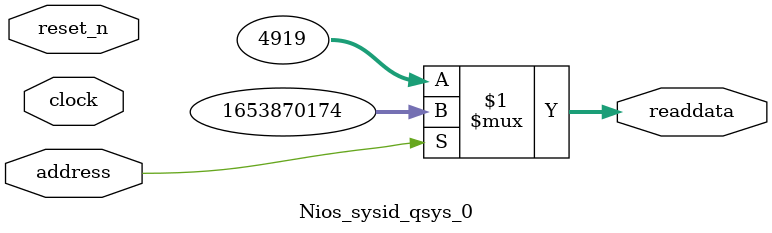
<source format=v>

`timescale 1ns / 1ps
// synthesis translate_on

// turn off superfluous verilog processor warnings 
// altera message_level Level1 
// altera message_off 10034 10035 10036 10037 10230 10240 10030 

module Nios_sysid_qsys_0 (
               // inputs:
                address,
                clock,
                reset_n,

               // outputs:
                readdata
             )
;

  output  [ 31: 0] readdata;
  input            address;
  input            clock;
  input            reset_n;

  wire    [ 31: 0] readdata;
  //control_slave, which is an e_avalon_slave
  assign readdata = address ? 1653870174 : 4919;

endmodule




</source>
